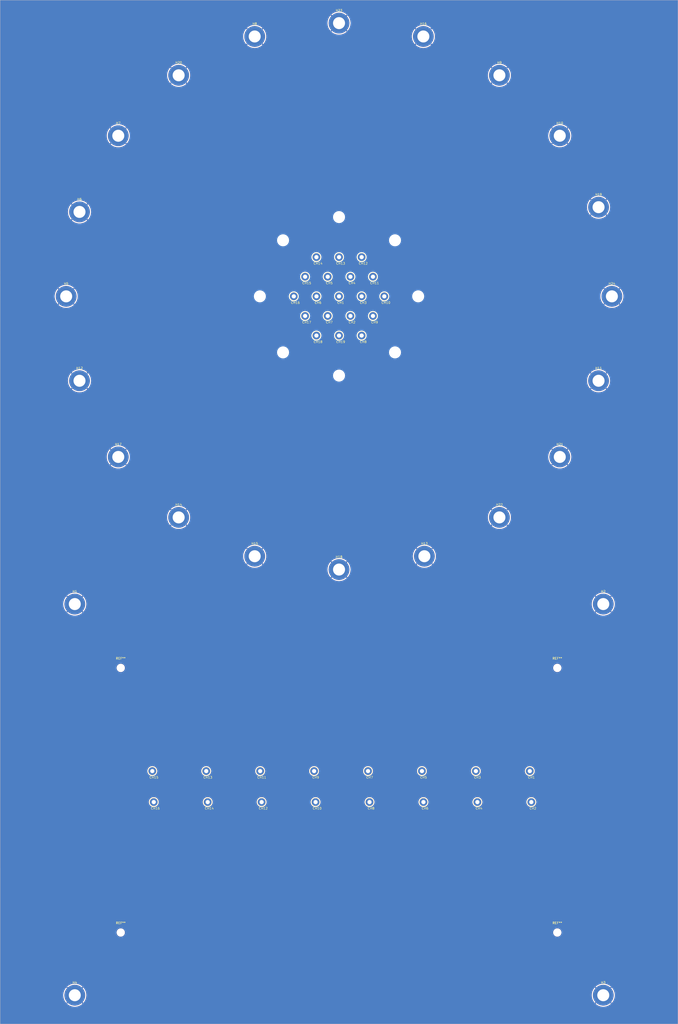
<source format=kicad_pcb>
(kicad_pcb (version 20221018) (generator pcbnew)
  (layers (0 "F.Cu" signal) (1 "In1.Cu" signal) (2 "In2.Cu" signal) (31 "B.Cu" signal) (34 "B.Paste" user) (35 "F.Paste" user) (36 "B.SilkS" user "B.Silkscreen") (37 "F.SilkS" user "F.Silkscreen") (38 "B.Mask" user) (39 "F.Mask" user) (44 "Edge.Cuts" user))
  (net 0 "")
  (net 1 "GND")
  (net 2 "unconnected-(CH1-Pad1)")
  (net 3 "unconnected-(CH2-Pad1)")
  (net 4 "unconnected-(CH3-Pad1)")
  (net 5 "unconnected-(CH4-Pad1)")
  (net 6 "unconnected-(CH5-Pad1)")
  (net 7 "unconnected-(CH6-Pad1)")
  (net 8 "unconnected-(CH7-Pad1)")
  (net 9 "unconnected-(CH8-Pad1)")
  (net 10 "unconnected-(CH9-Pad1)")
  (net 11 "unconnected-(CH10-Pad1)")
  (net 12 "unconnected-(CH11-Pad1)")
  (net 13 "unconnected-(CH12-Pad1)")
  (net 14 "unconnected-(CH13-Pad1)")
  (net 15 "unconnected-(CH14-Pad1)")
  (net 16 "unconnected-(CH15-Pad1)")
  (net 17 "unconnected-(CH16-Pad1)")
  (footprint "MountingHole:MountingHole_3.2mm_M3" (layer "F.Cu") (at 53.34 411.734)
    (fp_text reference "REF**" (at 0 -4.2) (layer "F.SilkS"))
    (fp_text value "MountingHole_3.2mm_M3")
    (pad "" np_thru_hole circle (at 0 0) (size 3.2 3.2) (drill 3.2) (layers "*.Cu" "*.Mask"))
  )
  (footprint "MountingHole:MountingHole_5.3mm_M5_DIN965_Pad" (layer "F.Cu") (at 264.6172 91.44)
    (fp_text reference "H19" (at 0 -5.6) (layer "F.SilkS"))
    (fp_text value "MountingHole_Pad")
    (pad "1" thru_hole circle (at 0 0) (size 9.2 9.2) (drill 5.3) (layers "*.Cu" "*.Mask") (net 1 "GND"))
  )
  (footprint "MountingHole:MountingHole_5.3mm_M5_DIN965_Pad" (layer "F.Cu") (at 247.4722 59.8932)
    (fp_text reference "H10" (at 0 -5.6) (layer "F.SilkS"))
    (fp_text value "MountingHole_Pad")
    (pad "1" thru_hole circle (at 0 0) (size 9.2 9.2) (drill 5.3) (layers "*.Cu" "*.Mask") (net 1 "GND"))
  )
  (footprint "MountingHole:MountingHole_5.3mm_M5_DIN965_Pad" (layer "F.Cu") (at 35.1028 93.5228)
    (fp_text reference "H6" (at 0 -5.6) (layer "F.SilkS"))
    (fp_text value "MountingHole_Pad")
    (pad "1" thru_hole circle (at 0 0) (size 9.2 9.2) (drill 5.3) (layers "*.Cu" "*.Mask") (net 1 "GND"))
  )
  (footprint "MountingHole:MountingHole_5.3mm_M5_DIN965_Pad" (layer "F.Cu") (at 187.1472 16.0528)
    (fp_text reference "H16" (at 0 -5.6) (layer "F.SilkS"))
    (fp_text value "MountingHole_Pad")
    (pad "1" thru_hole circle (at 0 0) (size 9.2 9.2) (drill 5.3) (layers "*.Cu" "*.Mask") (net 1 "GND"))
  )
  (footprint "TestPoint:TestPoint_Loop_D2.50mm_Drill1.85mm" (layer "F.Cu") (at 159.86 113.49)
    (fp_text reference "CH12" (at 0.7 2.8) (layer "F.SilkS"))
    (fp_text value "READOUT")
    (fp_circle (center 0 0) (end 1.9 0) (stroke (width 0.12)) (fill none) (layer "F.SilkS"))
    (pad "1" thru_hole circle (at 0 0) (size 3.4 3.4) (drill 1.85) (layers "*.Cu" "*.Mask") (net 13 "unconnected-(CH12-Pad1)"))
  )
  (footprint "TestPoint:TestPoint_Loop_D2.50mm_Drill1.85mm" (layer "F.Cu") (at 211.041013 354.135267)
    (fp_text reference "CH4" (at 0.7 2.8) (layer "F.SilkS"))
    (fp_text value "READOUT")
    (fp_circle (center 0 0) (end 1.9 0) (stroke (width 0.12)) (fill none) (layer "F.SilkS"))
    (pad "1" thru_hole circle (at 0 0) (size 3.4 3.4) (drill 1.85) (layers "*.Cu" "*.Mask") (net 5 "unconnected-(CH4-Pad1)"))
  )
  (footprint "MountingHole:MountingHole_5.3mm_M5_DIN965_Pad" (layer "F.Cu") (at 52.2478 201.7268)
    (fp_text reference "H17" (at 0 -5.6) (layer "F.SilkS"))
    (fp_text value "MountingHole_Pad")
    (pad "1" thru_hole circle (at 0 0) (size 9.2 9.2) (drill 5.3) (layers "*.Cu" "*.Mask") (net 1 "GND"))
  )
  (footprint "TestPoint:TestPoint_Loop_D2.50mm_Drill1.85mm" (layer "F.Cu") (at 159.858218 130.81)
    (fp_text reference "CH3" (at 0.7 2.8) (layer "F.SilkS"))
    (fp_text value "READOUT")
    (fp_circle (center 0 0) (end 1.9 0) (stroke (width 0.12)) (fill none) (layer "F.SilkS"))
    (pad "1" thru_hole circle (at 0 0) (size 3.4 3.4) (drill 1.85) (layers "*.Cu" "*.Mask") (net 4 "unconnected-(CH3-Pad1)"))
  )
  (footprint "TestPoint:TestPoint_Loop_D2.50mm_Drill1.85mm" (layer "F.Cu") (at 154.900432 139.47)
    (fp_text reference "CH2" (at 0.7 2.8) (layer "F.SilkS"))
    (fp_text value "READOUT")
    (fp_circle (center 0 0) (end 1.9 0) (stroke (width 0.12)) (fill none) (layer "F.SilkS"))
    (pad "1" thru_hole circle (at 0 0) (size 3.4 3.4) (drill 1.85) (layers "*.Cu" "*.Mask") (net 3 "unconnected-(CH2-Pad1)"))
  )
  (footprint "TestPoint:TestPoint_Loop_D2.50mm_Drill1.85mm" (layer "F.Cu") (at 67.936357 354.135267)
    (fp_text reference "CH16" (at 0.7 2.8) (layer "F.SilkS"))
    (fp_text value "READOUT")
    (fp_circle (center 0 0) (end 1.9 0) (stroke (width 0.12)) (fill none) (layer "F.SilkS"))
    (pad "1" thru_hole circle (at 0 0) (size 3.4 3.4) (drill 1.85) (layers "*.Cu" "*.Mask") (net 17 "unconnected-(CH16-Pad1)"))
  )
  (footprint "MountingHole:MountingHole_5.3mm_M5_DIN965_Pad" (layer "F.Cu") (at 149.86 251.46)
    (fp_text reference "H18" (at 0 -5.6) (layer "F.SilkS"))
    (fp_text value "MountingHole_Pad")
    (pad "1" thru_hole circle (at 0 0) (size 9.2 9.2) (drill 5.3) (layers "*.Cu" "*.Mask") (net 1 "GND"))
  )
  (footprint "MountingHole:MountingHole_5.3mm_M5_DIN965_Pad" (layer "F.Cu") (at 270.51 130.81)
    (fp_text reference "H24" (at 0 -5.6) (layer "F.SilkS"))
    (fp_text value "MountingHole_Pad")
    (pad "1" thru_hole circle (at 0 0) (size 9.2 9.2) (drill 5.3) (layers "*.Cu" "*.Mask") (net 1 "GND"))
  )
  (footprint "TestPoint:TestPoint_Loop_D2.50mm_Drill1.85mm" (layer "F.Cu") (at 138.834586 340.444667)
    (fp_text reference "CH9" (at 0.7 2.8) (layer "F.SilkS"))
    (fp_text value "READOUT")
    (fp_circle (center 0 0) (end 1.9 0) (stroke (width 0.12)) (fill none) (layer "F.SilkS"))
    (pad "1" thru_hole circle (at 0 0) (size 3.4 3.4) (drill 1.85) (layers "*.Cu" "*.Mask") (net 10 "unconnected-(CH9-Pad1)"))
  )
  (footprint "MountingHole:MountingHole_3.2mm_M3" (layer "F.Cu") (at 246.38 411.734)
    (fp_text reference "REF**" (at 0 -4.2) (layer "F.SilkS"))
    (fp_text value "MountingHole_3.2mm_M3")
    (pad "" np_thru_hole circle (at 0 0) (size 3.2 3.2) (drill 3.2) (layers "*.Cu" "*.Mask"))
  )
  (footprint "TestPoint:TestPoint_Loop_D2.50mm_Drill1.85mm" (layer "F.Cu") (at 149.859703 113.49)
    (fp_text reference "CH13" (at 0.7 2.8) (layer "F.SilkS"))
    (fp_text value "READOUT")
    (fp_circle (center 0 0) (end 1.9 0) (stroke (width 0.12)) (fill none) (layer "F.SilkS"))
    (pad "1" thru_hole circle (at 0 0) (size 3.4 3.4) (drill 1.85) (layers "*.Cu" "*.Mask") (net 14 "unconnected-(CH13-Pad1)"))
  )
  (footprint "MountingHole:MountingHole_5.3mm_M5_DIN965_Pad" (layer "F.Cu") (at 220.7768 33.1978)
    (fp_text reference "H9" (at 0 -5.6) (layer "F.SilkS"))
    (fp_text value "MountingHole_Pad")
    (pad "1" thru_hole circle (at 0 0) (size 9.2 9.2) (drill 5.3) (layers "*.Cu" "*.Mask") (net 1 "GND"))
  )
  (footprint "MountingHole:MountingHole_5.3mm_M5_DIN965_Pad" (layer "F.Cu") (at 149.86 10.16)
    (fp_text reference "H23" (at 0 -5.6) (layer "F.SilkS"))
    (fp_text value "MountingHole_Pad")
    (pad "1" thru_hole circle (at 0 0) (size 9.2 9.2) (drill 5.3) (layers "*.Cu" "*.Mask") (net 1 "GND"))
  )
  (footprint "TestPoint:TestPoint_Loop_D2.50mm_Drill1.85mm" (layer "F.Cu") (at 139.488685 354.135267)
    (fp_text reference "CH10" (at 0.7 2.8) (layer "F.SilkS"))
    (fp_text value "READOUT")
    (fp_circle (center 0 0) (end 1.9 0) (stroke (width 0.12)) (fill none) (layer "F.SilkS"))
    (pad "1" thru_hole circle (at 0 0) (size 3.4 3.4) (drill 1.85) (layers "*.Cu" "*.Mask") (net 11 "unconnected-(CH10-Pad1)"))
  )
  (footprint "TestPoint:TestPoint_Loop_D2.50mm_Drill1.85mm" (layer "F.Cu") (at 91.14518 340.444667)
    (fp_text reference "CH13" (at 0.7 2.8) (layer "F.SilkS"))
    (fp_text value "READOUT")
    (fp_circle (center 0 0) (end 1.9 0) (stroke (width 0.12)) (fill none) (layer "F.SilkS"))
    (pad "1" thru_hole circle (at 0 0) (size 3.4 3.4) (drill 1.85) (layers "*.Cu" "*.Mask") (net 14 "unconnected-(CH13-Pad1)"))
  )
  (footprint "MountingHole:MountingHole_3.2mm_M3" (layer "F.Cu") (at 246.38 411.734)
    (fp_text reference "REF**" (at 0 -4.2) (layer "F.SilkS"))
    (fp_text value "MountingHole_3.2mm_M3")
    (pad "" np_thru_hole circle (at 0 0) (size 3.2 3.2) (drill 3.2) (layers "*.Cu" "*.Mask"))
  )
  (footprint "MountingHole:MountingHole_3.2mm_M3" (layer "F.Cu") (at 53.34 411.734)
    (fp_text reference "REF**" (at 0 -4.2) (layer "F.SilkS"))
    (fp_text value "MountingHole_3.2mm_M3")
    (pad "" np_thru_hole circle (at 0 0) (size 3.2 3.2) (drill 3.2) (layers "*.Cu" "*.Mask"))
  )
  (footprint "TestPoint:TestPoint_Loop_D2.50mm_Drill1.85mm" (layer "F.Cu") (at 139.88888 130.81)
    (fp_text reference "CH6" (at 0.7 2.8) (layer "F.SilkS"))
    (fp_text value "READOUT")
    (fp_circle (center 0 0) (end 1.9 0) (stroke (width 0.12)) (fill none) (layer "F.SilkS"))
    (pad "1" thru_hole circle (at 0 0) (size 3.4 3.4) (drill 1.85) (layers "*.Cu" "*.Mask") (net 7 "unconnected-(CH6-Pad1)"))
  )
  (footprint "TestPoint:TestPoint_Loop_D2.50mm_Drill1.85mm" (layer "F.Cu") (at 144.86 139.47)
    (fp_text reference "CH7" (at 0.7 2.8) (layer "F.SilkS"))
    (fp_text value "READOUT")
    (fp_circle (center 0 0) (end 1.9 0) (stroke (width 0.12)) (fill none) (layer "F.SilkS"))
    (pad "1" thru_hole circle (at 0 0) (size 3.4 3.4) (drill 1.85) (layers "*.Cu" "*.Mask") (net 8 "unconnected-(CH7-Pad1)"))
  )
  (footprint "TestPoint:TestPoint_Loop_D2.50mm_Drill1.85mm" (layer "F.Cu") (at 129.86 130.81)
    (fp_text reference "CH16" (at 0.7 2.8) (layer "F.SilkS"))
    (fp_text value "READOUT")
    (fp_circle (center 0 0) (end 1.9 0) (stroke (width 0.12)) (fill none) (layer "F.SilkS"))
    (pad "1" thru_hole circle (at 0 0) (size 3.4 3.4) (drill 1.85) (layers "*.Cu" "*.Mask") (net 17 "unconnected-(CH16-Pad1)"))
  )
  (footprint "TestPoint:TestPoint_Loop_D2.50mm_Drill1.85mm" (layer "F.Cu") (at 67.300477 340.444667)
    (fp_text reference "CH15" (at 0.7 2.8) (layer "F.SilkS"))
    (fp_text value "READOUT")
    (fp_circle (center 0 0) (end 1.9 0) (stroke (width 0.12)) (fill none) (layer "F.SilkS"))
    (pad "1" thru_hole circle (at 0 0) (size 3.4 3.4) (drill 1.85) (layers "*.Cu" "*.Mask") (net 16 "unconnected-(CH15-Pad1)"))
  )
  (footprint "MountingHole:MountingHole_5.3mm_M5_DIN965_Pad" (layer "F.Cu") (at 33.02 266.7)
    (fp_text reference "H1" (at 0 -5.6) (layer "F.SilkS"))
    (fp_text value "MountingHole_Pad")
    (pad "1" thru_hole circle (at 0 0) (size 9.2 9.2) (drill 5.3) (layers "*.Cu" "*.Mask") (net 1 "GND"))
  )
  (footprint "TestPoint:TestPoint_Loop_D2.50mm_Drill1.85mm" (layer "F.Cu") (at 144.86 122.15)
    (fp_text reference "CH5" (at 0.7 2.8) (layer "F.SilkS"))
    (fp_text value "READOUT")
    (fp_circle (center 0 0) (end 1.9 0) (stroke (width 0.12)) (fill none) (layer "F.SilkS"))
    (pad "1" thru_hole circle (at 0 0) (size 3.4 3.4) (drill 1.85) (layers "*.Cu" "*.Mask") (net 6 "unconnected-(CH5-Pad1)"))
  )
  (footprint "MountingHole:MountingHole_5.3mm_M5_DIN965_Pad" (layer "F.Cu") (at 78.9432 228.4222)
    (fp_text reference "H14" (at 0 -5.6) (layer "F.SilkS"))
    (fp_text value "MountingHole_Pad")
    (pad "1" thru_hole circle (at 0 0) (size 9.2 9.2) (drill 5.3) (layers "*.Cu" "*.Mask") (net 1 "GND"))
  )
  (footprint "MountingHole:MountingHole_3.2mm_M3" (layer "F.Cu") (at 246.38 294.894)
    (fp_text reference "REF**" (at 0 -4.2) (layer "F.SilkS"))
    (fp_text value "MountingHole_3.2mm_M3")
    (pad "" np_thru_hole circle (at 0 0) (size 3.2 3.2) (drill 3.2) (layers "*.Cu" "*.Mask"))
  )
  (footprint "TestPoint:TestPoint_Loop_D2.50mm_Drill1.85mm" (layer "F.Cu") (at 164.859109 139.47)
    (fp_text reference "CH9" (at 0.7 2.8) (layer "F.SilkS"))
    (fp_text value "READOUT")
    (fp_circle (center 0 0) (end 1.9 0) (stroke (width 0.12)) (fill none) (layer "F.SilkS"))
    (pad "1" thru_hole circle (at 0 0) (size 3.4 3.4) (drill 1.85) (layers "*.Cu" "*.Mask") (net 10 "unconnected-(CH9-Pad1)"))
  )
  (footprint "TestPoint:TestPoint_Loop_D2.50mm_Drill1.85mm" (layer "F.Cu") (at 210.368695 340.444667)
    (fp_text reference "CH3" (at 0.7 2.8) (layer "F.SilkS"))
    (fp_text value "READOUT")
    (fp_circle (center 0 0) (end 1.9 0) (stroke (width 0.12)) (fill none) (layer "F.SilkS"))
    (pad "1" thru_hole circle (at 0 0) (size 3.4 3.4) (drill 1.85) (layers "*.Cu" "*.Mask") (net 4 "unconnected-(CH3-Pad1)"))
  )
  (footprint "MountingHole:MountingHole_5.3mm_M5_DIN965_Pad" (layer "F.Cu") (at 220.7768 228.4222)
    (fp_text reference "H22" (at 0 -5.6) (layer "F.SilkS"))
    (fp_text value "MountingHole_Pad")
    (pad "1" thru_hole circle (at 0 0) (size 9.2 9.2) (drill 5.3) (layers "*.Cu" "*.Mask") (net 1 "GND"))
  )
  (footprint "TestPoint:TestPoint_Loop_D2.50mm_Drill1.85mm" (layer "F.Cu") (at 114.989883 340.444667)
    (fp_text reference "CH11" (at 0.7 2.8) (layer "F.SilkS"))
    (fp_text value "READOUT")
    (fp_circle (center 0 0) (end 1.9 0) (stroke (width 0.12)) (fill none) (layer "F.SilkS"))
    (pad "1" thru_hole circle (at 0 0) (size 3.4 3.4) (drill 1.85) (layers "*.Cu" "*.Mask") (net 12 "unconnected-(CH11-Pad1)"))
  )
  (footprint "MountingHole:MountingHole_5.3mm_M5_DIN965_Pad" (layer "F.Cu") (at 33.02 439.42)
    (fp_text reference "H4" (at 0 -5.6) (layer "F.SilkS"))
    (fp_text value "MountingHole_Pad")
    (pad "1" thru_hole circle (at 0 0) (size 9.2 9.2) (drill 5.3) (layers "*.Cu" "*.Mask") (net 1 "GND"))
  )
  (footprint "MountingHole:MountingHole_3.2mm_M3" (layer "F.Cu") (at 53.34 294.894)
    (fp_text reference "REF**" (at 0 -4.2) (layer "F.SilkS"))
    (fp_text value "MountingHole_3.2mm_M3")
    (pad "" np_thru_hole circle (at 0 0) (size 3.2 3.2) (drill 3.2) (layers "*.Cu" "*.Mask"))
  )
  (footprint "TestPoint:TestPoint_Loop_D2.50mm_Drill1.85mm" (layer "F.Cu") (at 162.679289 340.444667)
    (fp_text reference "CH7" (at 0.7 2.8) (layer "F.SilkS"))
    (fp_text value "READOUT")
    (fp_circle (center 0 0) (end 1.9 0) (stroke (width 0.12)) (fill none) (layer "F.SilkS"))
    (pad "1" thru_hole circle (at 0 0) (size 3.4 3.4) (drill 1.85) (layers "*.Cu" "*.Mask") (net 8 "unconnected-(CH7-Pad1)"))
  )
  (footprint "TestPoint:TestPoint_Loop_D2.50mm_Drill1.85mm" (layer "F.Cu") (at 234.891789 354.135267)
    (fp_text reference "CH2" (at 0.7 2.8) (layer "F.SilkS"))
    (fp_text value "READOUT")
    (fp_circle (center 0 0) (end 1.9 0) (stroke (width 0.12)) (fill none) (layer "F.SilkS"))
    (pad "1" thru_hole circle (at 0 0) (size 3.4 3.4) (drill 1.85) (layers "*.Cu" "*.Mask") (net 3 "unconnected-(CH2-Pad1)"))
  )
  (footprint "MountingHole:MountingHole_5.3mm_M5_DIN965_Pad" (layer "F.Cu") (at 35.1028 168.0972)
    (fp_text reference "H12" (at 0 -5.6) (layer "F.SilkS"))
    (fp_text value "MountingHole_Pad")
    (pad "1" thru_hole circle (at 0 0) (size 9.2 9.2) (drill 5.3) (layers "*.Cu" "*.Mask") (net 1 "GND"))
  )
  (footprint "MountingHole:MountingHole_3.2mm_M3" (layer "F.Cu") (at 246.38 294.894)
    (fp_text reference "REF**" (at 0 -4.2) (layer "F.SilkS"))
    (fp_text value "MountingHole_3.2mm_M3")
    (pad "" np_thru_hole circle (at 0 0) (size 3.2 3.2) (drill 3.2) (layers "*.Cu" "*.Mask"))
  )
  (footprint "TestPoint:TestPoint_Loop_D2.50mm_Drill1.85mm" (layer "F.Cu") (at 91.787133 354.135267)
    (fp_text reference "CH14" (at 0.7 2.8) (layer "F.SilkS"))
    (fp_text value "READOUT")
    (fp_circle (center 0 0) (end 1.9 0) (stroke (width 0.12)) (fill none) (layer "F.SilkS"))
    (pad "1" thru_hole circle (at 0 0) (size 3.4 3.4) (drill 1.85) (layers "*.Cu" "*.Mask") (net 15 "unconnected-(CH14-Pad1)"))
  )
  (footprint "TestPoint:TestPoint_Loop_D2.50mm_Drill1.85mm" (layer "F.Cu") (at 169.877328 130.81)
    (fp_text reference "CH10" (at 0.7 2.8) (layer "F.SilkS"))
    (fp_text value "READOUT")
    (fp_circle (center 0 0) (end 1.9 0) (stroke (width 0.12)) (fill none) (layer "F.SilkS"))
    (pad "1" thru_hole circle (at 0 0) (size 3.4 3.4) (drill 1.85) (layers "*.Cu" "*.Mask") (net 11 "unconnected-(CH10-Pad1)"))
  )
  (footprint "TestPoint:TestPoint_Loop_D2.50mm_Drill1.85mm" (layer "F.Cu") (at 163.339461 354.135267)
    (fp_text reference "CH8" (at 0.7 2.8) (layer "F.SilkS"))
    (fp_text value "READOUT")
    (fp_circle (center 0 0) (end 1.9 0) (stroke (width 0.12)) (fill none) (layer "F.SilkS"))
    (pad "1" thru_hole circle (at 0 0) (size 3.4 3.4) (drill 1.85) (layers "*.Cu" "*.Mask") (net 9 "unconnected-(CH8-Pad1)"))
  )
  (footprint "TestPoint:TestPoint_Loop_D2.50mm_Drill1.85mm" (layer "F.Cu") (at 134.86 122.15)
    (fp_text reference "CH15" (at 0.7 2.8) (layer "F.SilkS"))
    (fp_text value "READOUT")
    (fp_circle (center 0 0) (end 1.9 0) (stroke (width 0.12)) (fill none) (layer "F.SilkS"))
    (pad "1" thru_hole circle (at 0 0) (size 3.4 3.4) (drill 1.85) (layers "*.Cu" "*.Mask") (net 16 "unconnected-(CH15-Pad1)"))
  )
  (footprint "TestPoint:TestPoint_Loop_D2.50mm_Drill1.85mm" (layer "F.Cu") (at 164.859406 122.15)
    (fp_text reference "CH11" (at 0.7 2.8) (layer "F.SilkS"))
    (fp_text value "READOUT")
    (fp_circle (center 0 0) (end 1.9 0) (stroke (width 0.12)) (fill none) (layer "F.SilkS"))
    (pad "1" thru_hole circle (at 0 0) (size 3.4 3.4) (drill 1.85) (layers "*.Cu" "*.Mask") (net 12 "unconnected-(CH11-Pad1)"))
  )
  (footprint "TestPoint:TestPoint_Loop_D2.50mm_Drill1.85mm" (layer "F.Cu") (at 234.2134 340.444667)
    (fp_text reference "CH1" (at 0.7 2.8) (layer "F.SilkS"))
    (fp_text value "READOUT")
    (fp_circle (center 0 0) (end 1.9 0) (stroke (width 0.12)) (fill none) (layer "F.SilkS"))
    (pad "1" thru_hole circle (at 0 0) (size 3.4 3.4) (drill 1.85) (layers "*.Cu" "*.Mask") (net 2 "unconnected-(CH1-Pad1)"))
  )
  (footprint "TestPoint:TestPoint_Loop_D2.50mm_Drill1.85mm" (layer "F.Cu") (at 134.86 139.47)
    (fp_text reference "CH17" (at 0.7 2.8) (layer "F.SilkS"))
    (fp_text value "READOUT")
    (fp_circle (center 0 0) (end 1.9 0) (stroke (width 0.12)) (fill none) (layer "F.SilkS"))
    (pad "1" thru_hole circle (at 0 0) (size 3.4 3.4) (drill 1.85) (layers "*.Cu" "*.Mask") (net 17 "unconnected-(CH16-Pad1)"))
  )
  (footprint "TestPoint:TestPoint_Loop_D2.50mm_Drill1.85mm" (layer "F.Cu") (at 115.637909 354.135267)
    (fp_text reference "CH12" (at 0.7 2.8) (layer "F.SilkS"))
    (fp_text value "READOUT")
    (fp_circle (center 0 0) (end 1.9 0) (stroke (width 0.12)) (fill none) (layer "F.SilkS"))
    (pad "1" thru_hole circle (at 0 0) (size 3.4 3.4) (drill 1.85) (layers "*.Cu" "*.Mask") (net 13 "unconnected-(CH12-Pad1)"))
  )
  (footprint "MountingHole:MountingHole_5.3mm_M5_DIN965_Pad" (layer "F.Cu") (at 264.6172 168.0972)
    (fp_text reference "H11" (at 0 -5.6) (layer "F.SilkS"))
    (fp_text value "MountingHole_Pad")
    (pad "1" thru_hole circle (at 0 0) (size 9.2 9.2) (drill 5.3) (layers "*.Cu" "*.Mask") (net 1 "GND"))
  )
  (footprint "MountingHole:MountingHole_5.3mm_M5_DIN965_Pad" (layer "F.Cu") (at 52.2478 59.8932)
    (fp_text reference "H7" (at 0 -5.6) (layer "F.SilkS"))
    (fp_text value "MountingHole_Pad")
    (pad "1" thru_hole circle (at 0 0) (size 9.2 9.2) (drill 5.3) (layers "*.Cu" "*.Mask") (net 1 "GND"))
  )
  (footprint "TestPoint:TestPoint_Loop_D2.50mm_Drill1.85mm" (layer "F.Cu") (at 149.857923 130.81)
    (fp_text reference "CH1" (at 0.7 2.8) (layer "F.SilkS"))
    (fp_text value "READOUT")
    (fp_circle (center 0 0) (end 1.9 0) (stroke (width 0.12)) (fill none) (layer "F.SilkS"))
    (pad "1" thru_hole circle (at 0 0) (size 3.4 3.4) (drill 1.85) (layers "*.Cu" "*.Mask") (net 2 "unconnected-(CH1-Pad1)"))
  )
  (footprint "TestPoint:TestPoint_Loop_D2.50mm_Drill1.85mm" (layer "F.Cu") (at 186.523992 340.444667)
    (fp_text reference "CH5" (at 0.7 2.8) (layer "F.SilkS"))
    (fp_text value "READOUT")
    (fp_circle (center 0 0) (end 1.9 0) (stroke (width 0.12)) (fill none) (layer "F.SilkS"))
    (pad "1" thru_hole circle (at 0 0) (size 3.4 3.4) (drill 1.85) (layers "*.Cu" "*.Mask") (net 6 "unconnected-(CH5-Pad1)"))
  )
  (footprint "MountingHole:MountingHole_5.3mm_M5_DIN965_Pad" (layer "F.Cu") (at 266.7 266.7)
    (fp_text reference "H2" (at 0 -5.6) (layer "F.SilkS"))
    (fp_text value "MountingHole_Pad")
    (pad "1" thru_hole circle (at 0 0) (size 9.2 9.2) (drill 5.3) (layers "*.Cu" "*.Mask") (net 1 "GND"))
  )
  (footprint "MountingHole:MountingHole_5.3mm_M5_DIN965_Pad" (layer "F.Cu") (at 112.5728 16.0528)
    (fp_text reference "H8" (at 0 -5.6) (layer "F.SilkS"))
    (fp_text value "MountingHole_Pad")
    (pad "1" thru_hole circle (at 0 0) (size 9.2 9.2) (drill 5.3) (layers "*.Cu" "*.Mask") (net 1 "GND"))
  )
  (footprint "MountingHole:MountingHole_5.3mm_M5_DIN965_Pad" (layer "F.Cu") (at 29.21 130.81)
    (fp_text reference "H5" (at 0 -5.6) (layer "F.SilkS"))
    (fp_text value "MountingHole_Pad")
    (pad "1" thru_hole circle (at 0 0) (size 9.2 9.2) (drill 5.3) (layers "*.Cu" "*.Mask") (net 1 "GND"))
  )
  (footprint "MountingHole:MountingHole_5.3mm_M5_DIN965_Pad" (layer "F.Cu") (at 247.4722 201.7268)
    (fp_text reference "H21" (at 0 -5.6) (layer "F.SilkS"))
    (fp_text value "MountingHole_Pad")
    (pad "1" thru_hole circle (at 0 0) (size 9.2 9.2) (drill 5.3) (layers "*.Cu" "*.Mask") (net 1 "GND"))
  )
  (footprint "TestPoint:TestPoint_Loop_D2.50mm_Drill1.85mm" (layer "F.Cu") (at 149.86 148.13)
    (fp_text reference "CH19" (at 0.7 2.8) (layer "F.SilkS"))
    (fp_text value "READOUT")
    (fp_circle (center 0 0) (end 1.9 0) (stroke (width 0.12)) (fill none) (layer "F.SilkS"))
    (pad "1" thru_hole circle (at 0 0) (size 3.4 3.4) (drill 1.85) (layers "*.Cu" "*.Mask") (net 17 "unconnected-(CH16-Pad1)"))
  )
  (footprint "MountingHole:MountingHole_5.3mm_M5_DIN965_Pad" (layer "F.Cu") (at 187.6044 245.5672)
    (fp_text reference "H13" (at 0 -5.6) (layer "F.SilkS"))
    (fp_text value "MountingHole_Pad")
    (pad "1" thru_hole circle (at 0 0) (size 9.2 9.2) (drill 5.3) (layers "*.Cu" "*.Mask") (net 1 "GND"))
  )
  (footprint "TestPoint:TestPoint_Loop_D2.50mm_Drill1.85mm" (layer "F.Cu") (at 159.86 148.13)
    (fp_text reference "CH8" (at 0.7 2.8) (layer "F.SilkS"))
    (fp_text value "READOUT")
    (fp_circle (center 0 0) (end 1.9 0) (stroke (width 0.12)) (fill none) (layer "F.SilkS"))
    (pad "1" thru_hole circle (at 0 0) (size 3.4 3.4) (drill 1.85) (layers "*.Cu" "*.Mask") (net 9 "unconnected-(CH8-Pad1)"))
  )
  (footprint "TestPoint:TestPoint_Loop_D2.50mm_Drill1.85mm" (layer "F.Cu") (at 187.190237 354.135267)
    (fp_text reference "CH6" (at 0.7 2.8) (layer "F.SilkS"))
    (fp_text value "READOUT")
    (fp_circle (center 0 0) (end 1.9 0) (stroke (width 0.12)) (fill none) (layer "F.SilkS"))
    (pad "1" thru_hole circle (at 0 0) (size 3.4 3.4) (drill 1.85) (layers "*.Cu" "*.Mask") (net 7 "unconnected-(CH6-Pad1)"))
  )
  (footprint "TestPoint:TestPoint_Loop_D2.50mm_Drill1.85mm" (layer "F.Cu") (at 154.894656 122.15)
    (fp_text reference "CH4" (at 0.7 2.8) (layer "F.SilkS"))
    (fp_text value "READOUT")
    (fp_circle (center 0 0) (end 1.9 0) (stroke (width 0.12)) (fill none) (layer "F.SilkS"))
    (pad "1" thru_hole circle (at 0 0) (size 3.4 3.4) (drill 1.85) (layers "*.Cu" "*.Mask") (net 5 "unconnected-(CH4-Pad1)"))
  )
  (footprint "MountingHole:MountingHole_5.3mm_M5_DIN965_Pad" (layer "F.Cu") (at 78.9432 33.1978)
    (fp_text reference "H20" (at 0 -5.6) (layer "F.SilkS"))
    (fp_text value "MountingHole_Pad")
    (pad "1" thru_hole circle (at 0 0) (size 9.2 9.2) (drill 5.3) (layers "*.Cu" "*.Mask") (net 1 "GND"))
  )
  (footprint "MountingHole:MountingHole_3.2mm_M3" (layer "F.Cu") (at 53.34 294.894)
    (fp_text reference "REF**" (at 0 -4.2) (layer "F.SilkS"))
    (fp_text value "MountingHole_3.2mm_M3")
    (pad "" np_thru_hole circle (at 0 0) (size 3.2 3.2) (drill 3.2) (layers "*.Cu" "*.Mask"))
  )
  (footprint "TestPoint:TestPoint_Loop_D2.50mm_Drill1.85mm" (layer "F.Cu") (at 139.86 148.13)
    (fp_text reference "CH18" (at 0.7 2.8) (layer "F.SilkS"))
    (fp_text value "READOUT")
    (fp_circle (center 0 0) (end 1.9 0) (stroke (width 0.12)) (fill none) (layer "F.SilkS"))
    (pad "1" thru_hole circle (at 0 0) (size 3.4 3.4) (drill 1.85) (layers "*.Cu" "*.Mask") (net 17 "unconnected-(CH16-Pad1)"))
  )
  (footprint "MountingHole:MountingHole_5.3mm_M5_DIN965_Pad" (layer "F.Cu") (at 266.7 439.42)
    (fp_text reference "H3" (at 0 -5.6) (layer "F.SilkS"))
    (fp_text value "MountingHole_Pad")
    (pad "1" thru_hole circle (at 0 0) (size 9.2 9.2) (drill 5.3) (layers "*.Cu" "*.Mask") (net 1 "GND"))
  )
  (footprint "TestPoint:TestPoint_Loop_D2.50mm_Drill1.85mm" (layer "F.Cu") (at 139.86 113.49)
    (fp_text reference "CH14" (at 0.7 2.8) (layer "F.SilkS"))
    (fp_text value "READOUT")
    (fp_circle (center 0 0) (end 1.9 0) (stroke (width 0.12)) (fill none) (layer "F.SilkS"))
    (pad "1" thru_hole circle (at 0 0) (size 3.4 3.4) (drill 1.85) (layers "*.Cu" "*.Mask") (net 15 "unconnected-(CH14-Pad1)"))
  )
  (footprint "MountingHole:MountingHole_5.3mm_M5_DIN965_Pad" (layer "F.Cu") (at 112.5728 245.5672)
    (fp_text reference "H15" (at 0 -5.6) (layer "F.SilkS"))
    (fp_text value "MountingHole_Pad")
    (pad "1" thru_hole circle (at 0 0) (size 9.2 9.2) (drill 5.3) (layers "*.Cu" "*.Mask") (net 1 "GND"))
  )
  (gr_circle (center 149.86 130.91) (end 189.86 130.91) (stroke (width 0.001)) (fill none) (layer "F.Cu"))
  (gr_line (start 299.72 452.12) (end 0 452.12) (stroke (width 0.1)) (layer "Edge.Cuts"))
  (gr_circle (center 125.111263 155.558737) (end 127.761263 155.558737) (stroke (width 0.01)) (fill none) (layer "Edge.Cuts"))
  (gr_circle (center 149.86 95.81) (end 152.51 95.81) (stroke (width 0.01)) (fill none) (layer "Edge.Cuts"))
  (gr_circle (center 184.86 130.81) (end 187.51 130.81) (stroke (width 0.01)) (fill none) (layer "Edge.Cuts"))
  (gr_circle (center 125.111263 106.061263) (end 127.761263 106.061263) (stroke (width 0.01)) (fill none) (layer "Edge.Cuts"))
  (gr_line (start 0 452.12) (end 0 0) (stroke (width 0.1)) (layer "Edge.Cuts"))
  (gr_circle (center 174.608737 155.558737) (end 177.258737 155.558737) (stroke (width 0.01)) (fill none) (layer "Edge.Cuts"))
  (gr_line (start 299.72 452.12) (end 299.72 0) (stroke (width 0.1)) (layer "Edge.Cuts"))
  (gr_circle (center 114.86 130.81) (end 117.51 130.81) (stroke (width 0.01)) (fill none) (layer "Edge.Cuts"))
  (gr_circle (center 174.608737 106.061263) (end 177.258737 106.061263) (stroke (width 0.01)) (fill none) (layer "Edge.Cuts"))
  (gr_circle (center 149.86 165.81) (end 152.51 165.81) (stroke (width 0.01)) (fill none) (layer "Edge.Cuts"))
  (gr_line (start 299.72 0) (end 0 0) (stroke (width 0.1)) (layer "Edge.Cuts"))
  (zone (net 1) (net_name "GND") (layers "F.Cu" "In1.Cu" "In2.Cu" "B.Cu") (connect_pads (clearance 0.508)) (min_thickness 0.254) (fill yes (thermal_gap 0.508) (thermal_bridge_width 0.508))
    (polygon (pts (xy 299.72 452.12) (xy 0.0254 452.12) (xy 0 0.0254) (xy 299.72 0)))
  )
)
</source>
